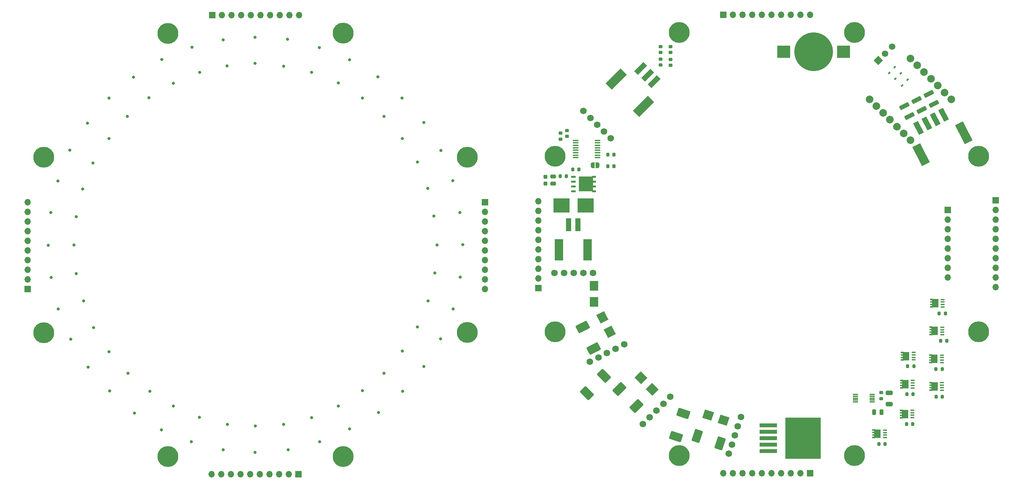
<source format=gbr>
%TF.GenerationSoftware,KiCad,Pcbnew,(6.0.9)*%
%TF.CreationDate,2022-12-31T16:19:11-08:00*%
%TF.ProjectId,LEDArray,4c454441-7272-4617-992e-6b696361645f,rev?*%
%TF.SameCoordinates,Original*%
%TF.FileFunction,Soldermask,Bot*%
%TF.FilePolarity,Negative*%
%FSLAX46Y46*%
G04 Gerber Fmt 4.6, Leading zero omitted, Abs format (unit mm)*
G04 Created by KiCad (PCBNEW (6.0.9)) date 2022-12-31 16:19:11*
%MOMM*%
%LPD*%
G01*
G04 APERTURE LIST*
G04 Aperture macros list*
%AMRoundRect*
0 Rectangle with rounded corners*
0 $1 Rounding radius*
0 $2 $3 $4 $5 $6 $7 $8 $9 X,Y pos of 4 corners*
0 Add a 4 corners polygon primitive as box body*
4,1,4,$2,$3,$4,$5,$6,$7,$8,$9,$2,$3,0*
0 Add four circle primitives for the rounded corners*
1,1,$1+$1,$2,$3*
1,1,$1+$1,$4,$5*
1,1,$1+$1,$6,$7*
1,1,$1+$1,$8,$9*
0 Add four rect primitives between the rounded corners*
20,1,$1+$1,$2,$3,$4,$5,0*
20,1,$1+$1,$4,$5,$6,$7,0*
20,1,$1+$1,$6,$7,$8,$9,0*
20,1,$1+$1,$8,$9,$2,$3,0*%
%AMHorizOval*
0 Thick line with rounded ends*
0 $1 width*
0 $2 $3 position (X,Y) of the first rounded end (center of the circle)*
0 $4 $5 position (X,Y) of the second rounded end (center of the circle)*
0 Add line between two ends*
20,1,$1,$2,$3,$4,$5,0*
0 Add two circle primitives to create the rounded ends*
1,1,$1,$2,$3*
1,1,$1,$4,$5*%
%AMRotRect*
0 Rectangle, with rotation*
0 The origin of the aperture is its center*
0 $1 length*
0 $2 width*
0 $3 Rotation angle, in degrees counterclockwise*
0 Add horizontal line*
21,1,$1,$2,0,0,$3*%
%AMFreePoly0*
4,1,21,1.372500,0.787500,0.862500,0.787500,0.862500,0.532500,1.372500,0.532500,1.372500,0.127500,0.862500,0.127500,0.862500,-0.127500,1.372500,-0.127500,1.372500,-0.532500,0.862500,-0.532500,0.862500,-0.787500,1.372500,-0.787500,1.372500,-1.195000,0.612500,-1.195000,0.612500,-1.117500,-0.862500,-1.117500,-0.862500,1.117500,0.612500,1.117500,0.612500,1.195000,1.372500,1.195000,
1.372500,0.787500,1.372500,0.787500,$1*%
%AMFreePoly1*
4,1,22,0.500000,-0.750000,0.000000,-0.750000,0.000000,-0.745033,-0.079941,-0.743568,-0.215256,-0.701293,-0.333266,-0.622738,-0.424486,-0.514219,-0.481581,-0.384460,-0.499164,-0.250000,-0.500000,-0.250000,-0.500000,0.250000,-0.499164,0.250000,-0.499963,0.256109,-0.478152,0.396186,-0.417904,0.524511,-0.324060,0.630769,-0.204165,0.706417,-0.067858,0.745374,0.000000,0.744959,0.000000,0.750000,
0.500000,0.750000,0.500000,-0.750000,0.500000,-0.750000,$1*%
%AMFreePoly2*
4,1,20,0.000000,0.744959,0.073905,0.744508,0.209726,0.703889,0.328688,0.626782,0.421226,0.519385,0.479903,0.390333,0.500000,0.250000,0.500000,-0.250000,0.499851,-0.262216,0.476331,-0.402017,0.414519,-0.529596,0.319384,-0.634700,0.198574,-0.708877,0.061801,-0.746166,0.000000,-0.745033,0.000000,-0.750000,-0.500000,-0.750000,-0.500000,0.750000,0.000000,0.750000,0.000000,0.744959,
0.000000,0.744959,$1*%
G04 Aperture macros list end*
%ADD10R,2.300000X5.600000*%
%ADD11R,1.400000X3.400000*%
%ADD12RotRect,2.300000X5.600000X207.000000*%
%ADD13RotRect,1.400000X3.400000X207.000000*%
%ADD14RotRect,2.300000X5.600000X135.000000*%
%ADD15RotRect,1.400000X3.400000X135.000000*%
%ADD16C,5.500000*%
%ADD17C,0.800000*%
%ADD18R,1.700000X1.700000*%
%ADD19O,1.700000X1.700000*%
%ADD20C,1.750000*%
%ADD21C,2.000000*%
%ADD22RotRect,1.700000X1.700000X135.000000*%
%ADD23HorizOval,1.700000X0.000000X0.000000X0.000000X0.000000X0*%
%ADD24RoundRect,0.225000X-0.250000X0.225000X-0.250000X-0.225000X0.250000X-0.225000X0.250000X0.225000X0*%
%ADD25R,3.500000X3.300000*%
%ADD26C,10.200000*%
%ADD27RoundRect,0.250000X-0.650000X0.325000X-0.650000X-0.325000X0.650000X-0.325000X0.650000X0.325000X0*%
%ADD28RoundRect,0.250001X1.072677X-1.229132X1.590280X0.363885X-1.072677X1.229132X-1.590280X-0.363885X0*%
%ADD29RoundRect,0.100000X0.637500X0.100000X-0.637500X0.100000X-0.637500X-0.100000X0.637500X-0.100000X0*%
%ADD30RoundRect,0.250001X-1.627625X0.110631X-0.867192X-1.381803X1.627625X-0.110631X0.867192X1.381803X0*%
%ADD31R,0.990000X0.405000*%
%ADD32FreePoly0,180.000000*%
%ADD33RoundRect,0.200000X-0.200000X-0.275000X0.200000X-0.275000X0.200000X0.275000X-0.200000X0.275000X0*%
%ADD34RoundRect,0.250000X-0.250000X-0.475000X0.250000X-0.475000X0.250000X0.475000X-0.250000X0.475000X0*%
%ADD35RoundRect,0.237500X0.237500X-0.287500X0.237500X0.287500X-0.237500X0.287500X-0.237500X-0.287500X0*%
%ADD36RotRect,2.500000X2.300000X315.000000*%
%ADD37R,1.400000X0.300000*%
%ADD38FreePoly1,180.000000*%
%ADD39FreePoly2,180.000000*%
%ADD40RoundRect,0.200000X0.200000X0.275000X-0.200000X0.275000X-0.200000X-0.275000X0.200000X-0.275000X0*%
%ADD41RotRect,0.600000X0.450000X225.000000*%
%ADD42RoundRect,0.225000X0.250000X-0.225000X0.250000X0.225000X-0.250000X0.225000X-0.250000X-0.225000X0*%
%ADD43RoundRect,0.250000X1.099704X0.209600X0.815960X0.766479X-1.099704X-0.209600X-0.815960X-0.766479X0*%
%ADD44RoundRect,0.250000X0.475000X-0.250000X0.475000X0.250000X-0.475000X0.250000X-0.475000X-0.250000X0*%
%ADD45R,4.240000X3.810000*%
%ADD46RotRect,2.500000X2.300000X342.000000*%
%ADD47RoundRect,0.250001X-0.397748X1.582150X-1.582150X0.397748X0.397748X-1.582150X1.582150X-0.397748X0*%
%ADD48R,2.300000X2.500000*%
%ADD49R,1.270000X0.610000*%
%ADD50R,1.020000X0.610000*%
%ADD51R,3.810000X3.910000*%
%ADD52RotRect,2.500000X2.300000X297.000000*%
%ADD53RoundRect,0.250001X-1.229132X-1.072677X0.363885X-1.590280X1.229132X1.072677X-0.363885X1.590280X0*%
%ADD54R,4.600000X1.100000*%
%ADD55R,9.400000X10.800000*%
%ADD56RoundRect,0.250001X-1.582150X-0.397748X-0.397748X-1.582150X1.582150X0.397748X0.397748X1.582150X0*%
%ADD57RoundRect,0.218750X0.218750X0.256250X-0.218750X0.256250X-0.218750X-0.256250X0.218750X-0.256250X0*%
G04 APERTURE END LIST*
D10*
%TO.C,J10*%
X161950000Y-84125000D03*
X169550000Y-84125000D03*
D11*
X167000000Y-77525000D03*
X164500000Y-77525000D03*
%TD*%
D12*
%TO.C,J13*%
X257284218Y-59065680D03*
X268600000Y-53300000D03*
D13*
X263287046Y-48599733D03*
X261059530Y-49734709D03*
X258832014Y-50869685D03*
X256604497Y-52004661D03*
%TD*%
D14*
%TO.C,J9*%
X184256245Y-46381245D03*
X177043755Y-39168755D03*
D15*
X187084672Y-39875862D03*
X185316905Y-38108095D03*
X183478427Y-36411039D03*
%TD*%
D16*
%TO.C,H7*%
X105200000Y-138600000D03*
%TD*%
D17*
%TO.C,D45*%
X106900000Y-34100000D03*
%TD*%
D18*
%TO.C,J4*%
X22100000Y-94425000D03*
D19*
X22100000Y-91885000D03*
X22100000Y-89345000D03*
X22100000Y-86805000D03*
X22100000Y-84265000D03*
X22100000Y-81725000D03*
X22100000Y-79185000D03*
X22100000Y-76645000D03*
X22100000Y-74105000D03*
X22100000Y-71565000D03*
%TD*%
D18*
%TO.C,J8*%
X156550000Y-94200000D03*
D19*
X156550000Y-91660000D03*
X156550000Y-89120000D03*
X156550000Y-86580000D03*
X156550000Y-84040000D03*
X156550000Y-81500000D03*
X156550000Y-78960000D03*
X156550000Y-76420000D03*
X156550000Y-73880000D03*
X156550000Y-71340000D03*
%TD*%
D17*
%TO.C,D5*%
X110223654Y-44127989D03*
%TD*%
%TO.C,D72*%
X27500000Y-82900000D03*
%TD*%
%TO.C,D60*%
X99000000Y-134700000D03*
%TD*%
%TO.C,D49*%
X130900000Y-58000000D03*
%TD*%
%TO.C,D15*%
X120764654Y-110802989D03*
%TD*%
%TO.C,D20*%
X89522654Y-130106989D03*
%TD*%
%TO.C,D16*%
X115938654Y-116644989D03*
%TD*%
%TO.C,D14*%
X124701654Y-104452989D03*
%TD*%
D16*
%TO.C,H11*%
X272450000Y-105675000D03*
%TD*%
%TO.C,H6*%
X137850000Y-105925000D03*
%TD*%
D17*
%TO.C,D61*%
X90700000Y-136800000D03*
%TD*%
%TO.C,D63*%
X73600000Y-136800000D03*
%TD*%
%TO.C,D67*%
X43700000Y-121300000D03*
%TD*%
%TO.C,D21*%
X82029654Y-130487989D03*
%TD*%
D16*
%TO.C,H9*%
X239800000Y-26875000D03*
%TD*%
D17*
%TO.C,D22*%
X74663654Y-130106989D03*
%TD*%
%TO.C,D81*%
X73600000Y-28800000D03*
%TD*%
%TO.C,D38*%
X54000000Y-44100000D03*
%TD*%
%TO.C,D19*%
X96888654Y-128328989D03*
%TD*%
D16*
%TO.C,H13*%
X161000000Y-105675000D03*
%TD*%
D17*
%TO.C,D29*%
X36817654Y-97594989D03*
%TD*%
%TO.C,D25*%
X54251574Y-121338458D03*
%TD*%
%TO.C,D11*%
X129908654Y-82862989D03*
%TD*%
%TO.C,D40*%
X67400000Y-37400000D03*
%TD*%
%TO.C,D41*%
X74637492Y-35688246D03*
%TD*%
D20*
%TO.C,U13*%
X160820000Y-90195000D03*
X163360000Y-90195000D03*
X165900000Y-90195000D03*
X168440000Y-90195000D03*
X170980000Y-90195000D03*
%TD*%
%TO.C,U12*%
X206727245Y-137811077D03*
X207512148Y-135395394D03*
X208297051Y-132979710D03*
X209081954Y-130564026D03*
X209866857Y-128148343D03*
%TD*%
D17*
%TO.C,D65*%
X57300000Y-131500000D03*
%TD*%
%TO.C,D12*%
X129273654Y-90228989D03*
%TD*%
%TO.C,D10*%
X129019654Y-75242989D03*
%TD*%
%TO.C,D4*%
X103873654Y-40190989D03*
%TD*%
%TO.C,D32*%
X34912654Y-75369989D03*
%TD*%
%TO.C,D3*%
X96888654Y-37396989D03*
%TD*%
%TO.C,D17*%
X110229185Y-121182069D03*
%TD*%
%TO.C,D13*%
X127495654Y-97594989D03*
%TD*%
D16*
%TO.C,H5*%
X26375000Y-105950000D03*
%TD*%
D17*
%TO.C,D70*%
X30200000Y-99700000D03*
%TD*%
%TO.C,D75*%
X33200000Y-57900000D03*
%TD*%
%TO.C,D42*%
X81975000Y-28125000D03*
%TD*%
D16*
%TO.C,H8*%
X137850000Y-59775000D03*
%TD*%
%TO.C,H1*%
X59025000Y-27125000D03*
%TD*%
D17*
%TO.C,D62*%
X82000000Y-137500000D03*
%TD*%
%TO.C,D73*%
X28200000Y-74300000D03*
%TD*%
%TO.C,D50*%
X134068498Y-65883949D03*
%TD*%
%TO.C,D79*%
X57400000Y-34000000D03*
%TD*%
%TO.C,D77*%
X43500000Y-44200000D03*
%TD*%
%TO.C,D69*%
X33500000Y-107700000D03*
%TD*%
%TO.C,D24*%
X60439654Y-125280989D03*
%TD*%
%TO.C,D36*%
X43500000Y-54800000D03*
%TD*%
D18*
%TO.C,J5*%
X205225000Y-22275000D03*
D19*
X207765000Y-22275000D03*
X210305000Y-22275000D03*
X212845000Y-22275000D03*
X215385000Y-22275000D03*
X217925000Y-22275000D03*
X220465000Y-22275000D03*
X223005000Y-22275000D03*
X225545000Y-22275000D03*
X228085000Y-22275000D03*
%TD*%
D17*
%TO.C,D80*%
X65400000Y-30800000D03*
%TD*%
D16*
%TO.C,H15*%
X193650000Y-138325000D03*
%TD*%
D17*
%TO.C,D37*%
X48400000Y-49000000D03*
%TD*%
D18*
%TO.C,J2*%
X142500000Y-71575000D03*
D19*
X142500000Y-74115000D03*
X142500000Y-76655000D03*
X142500000Y-79195000D03*
X142500000Y-81735000D03*
X142500000Y-84275000D03*
X142500000Y-86815000D03*
X142500000Y-89355000D03*
X142500000Y-91895000D03*
X142500000Y-94435000D03*
%TD*%
D20*
%TO.C,U15*%
X184082898Y-130042102D03*
X185878949Y-128246051D03*
X187675000Y-126450000D03*
X189471051Y-124653949D03*
X191267102Y-122857898D03*
%TD*%
D16*
%TO.C,H12*%
X193625000Y-26850000D03*
%TD*%
D17*
%TO.C,D28*%
X39484654Y-104579989D03*
%TD*%
D20*
%TO.C,U11*%
X168457898Y-47582898D03*
X170253949Y-49378949D03*
X172050000Y-51175000D03*
X173846051Y-52971051D03*
X175642102Y-54767102D03*
%TD*%
D18*
%TO.C,J6*%
X276950000Y-71055000D03*
D19*
X276950000Y-73595000D03*
X276950000Y-76135000D03*
X276950000Y-78675000D03*
X276950000Y-81215000D03*
X276950000Y-83755000D03*
X276950000Y-86295000D03*
X276950000Y-88835000D03*
X276950000Y-91375000D03*
X276950000Y-93915000D03*
%TD*%
D17*
%TO.C,D8*%
X124701654Y-61018989D03*
%TD*%
%TO.C,D44*%
X98900000Y-30900000D03*
%TD*%
%TO.C,D64*%
X65200000Y-134700000D03*
%TD*%
%TO.C,D33*%
X36616051Y-68162491D03*
%TD*%
%TO.C,D43*%
X90500000Y-28700000D03*
%TD*%
%TO.C,D1*%
X82004654Y-35008989D03*
%TD*%
%TO.C,D54*%
X134100000Y-99700000D03*
%TD*%
D16*
%TO.C,H14*%
X161000000Y-59500000D03*
%TD*%
D18*
%TO.C,J11*%
X264350000Y-73595000D03*
D19*
X264350000Y-76135000D03*
X264350000Y-78675000D03*
X264350000Y-81215000D03*
X264350000Y-83755000D03*
X264350000Y-86295000D03*
X264350000Y-88835000D03*
X264350000Y-91375000D03*
%TD*%
D17*
%TO.C,D27*%
X43548654Y-110929989D03*
%TD*%
D16*
%TO.C,H2*%
X105200000Y-27100000D03*
%TD*%
D17*
%TO.C,D6*%
X115938654Y-48953989D03*
%TD*%
%TO.C,D78*%
X50006396Y-38657537D03*
%TD*%
%TO.C,D71*%
X28300000Y-91400000D03*
%TD*%
%TO.C,D48*%
X126400000Y-50600000D03*
%TD*%
%TO.C,D55*%
X130800000Y-107600000D03*
%TD*%
%TO.C,D23*%
X67297654Y-128201989D03*
%TD*%
%TO.C,D2*%
X89522654Y-35745989D03*
%TD*%
D16*
%TO.C,H4*%
X26375000Y-59775000D03*
%TD*%
D18*
%TO.C,J3*%
X93425000Y-143200000D03*
D19*
X90885000Y-143200000D03*
X88345000Y-143200000D03*
X85805000Y-143200000D03*
X83265000Y-143200000D03*
X80725000Y-143200000D03*
X78185000Y-143200000D03*
X75645000Y-143200000D03*
X73105000Y-143200000D03*
X70565000Y-143200000D03*
%TD*%
D18*
%TO.C,J1*%
X70675000Y-22300000D03*
D19*
X73215000Y-22300000D03*
X75755000Y-22300000D03*
X78295000Y-22300000D03*
X80835000Y-22300000D03*
X83375000Y-22300000D03*
X85915000Y-22300000D03*
X88455000Y-22300000D03*
X90995000Y-22300000D03*
X93535000Y-22300000D03*
%TD*%
D17*
%TO.C,D68*%
X38000000Y-115000000D03*
%TD*%
%TO.C,D58*%
X114472907Y-126987980D03*
%TD*%
D16*
%TO.C,H10*%
X272450000Y-59500000D03*
%TD*%
D17*
%TO.C,D7*%
X120764654Y-54795989D03*
%TD*%
%TO.C,D59*%
X106900000Y-131300000D03*
%TD*%
%TO.C,D52*%
X136700000Y-82800000D03*
%TD*%
%TO.C,D56*%
X126400000Y-114900000D03*
%TD*%
D21*
%TO.C,U19*%
X265307692Y-44493615D03*
X263511641Y-42697564D03*
X261715590Y-40901513D03*
X259919539Y-39105461D03*
X258123487Y-37309410D03*
X256327436Y-35513359D03*
X254531385Y-33717308D03*
X243755078Y-44493615D03*
X245589187Y-46314186D03*
X247372602Y-48097601D03*
X249150000Y-49875000D03*
X250946052Y-51671051D03*
X252742103Y-53467102D03*
X254538154Y-55263153D03*
%TD*%
D17*
%TO.C,D66*%
X50234920Y-127094469D03*
%TD*%
%TO.C,D76*%
X37900000Y-50800000D03*
%TD*%
D20*
%TO.C,U14*%
X170108095Y-113620742D03*
X172371251Y-112467606D03*
X174634408Y-111314470D03*
X176897565Y-110161334D03*
X179160721Y-109008198D03*
%TD*%
D17*
%TO.C,D30*%
X34912654Y-90355989D03*
%TD*%
D16*
%TO.C,H16*%
X239825000Y-138325000D03*
%TD*%
D17*
%TO.C,D31*%
X34277654Y-82862989D03*
%TD*%
%TO.C,D18*%
X103873654Y-125280989D03*
%TD*%
D18*
%TO.C,J7*%
X228075000Y-142975000D03*
D19*
X225535000Y-142975000D03*
X222995000Y-142975000D03*
X220455000Y-142975000D03*
X217915000Y-142975000D03*
X215375000Y-142975000D03*
X212835000Y-142975000D03*
X210295000Y-142975000D03*
X207755000Y-142975000D03*
X205215000Y-142975000D03*
%TD*%
D17*
%TO.C,D46*%
X114300000Y-38600000D03*
%TD*%
D22*
%TO.C,J12*%
X246082898Y-34242102D03*
D23*
X247878949Y-32446051D03*
X249675000Y-30650000D03*
%TD*%
D17*
%TO.C,D35*%
X39300000Y-61300000D03*
%TD*%
%TO.C,D39*%
X60500000Y-40300000D03*
%TD*%
D16*
%TO.C,H3*%
X59025000Y-138575000D03*
%TD*%
D17*
%TO.C,D47*%
X120700000Y-44200000D03*
%TD*%
%TO.C,D74*%
X30116051Y-66031502D03*
%TD*%
%TO.C,D26*%
X48501654Y-116644989D03*
%TD*%
%TO.C,D53*%
X136000000Y-91300000D03*
%TD*%
%TO.C,D51*%
X135900000Y-74300000D03*
%TD*%
%TO.C,D9*%
X127464152Y-67987938D03*
%TD*%
%TO.C,D57*%
X120800000Y-121400000D03*
%TD*%
D24*
%TO.C,C31*%
X246850000Y-121750000D03*
X246850000Y-123300000D03*
%TD*%
D25*
%TO.C,BT1*%
X236950000Y-32000000D03*
X221150000Y-32000000D03*
D26*
X229050000Y-32000000D03*
%TD*%
D27*
%TO.C,C30*%
X248975000Y-121825000D03*
X248975000Y-124775000D03*
%TD*%
D28*
%TO.C,C24*%
X192815008Y-133306493D03*
X194784992Y-127243507D03*
%TD*%
D29*
%TO.C,U16*%
X172112500Y-55300000D03*
X172112500Y-55950000D03*
X172112500Y-56600000D03*
X172112500Y-57250000D03*
X172112500Y-57900000D03*
X172112500Y-58550000D03*
X172112500Y-59200000D03*
X172112500Y-59850000D03*
X166387500Y-59850000D03*
X166387500Y-59200000D03*
X166387500Y-58550000D03*
X166387500Y-57900000D03*
X166387500Y-57250000D03*
X166387500Y-56600000D03*
X166387500Y-55950000D03*
X166387500Y-55300000D03*
%TD*%
D30*
%TO.C,C21*%
X168252905Y-104409917D03*
X171147095Y-110090083D03*
%TD*%
D31*
%TO.C,Q10*%
X255355000Y-111130000D03*
X255355000Y-111790000D03*
X255355000Y-112450000D03*
X255355000Y-113110000D03*
D32*
X253362500Y-112120000D03*
%TD*%
D33*
%TO.C,R14*%
X165600000Y-62975000D03*
X167250000Y-62975000D03*
%TD*%
D34*
%TO.C,C32*%
X244975000Y-126850000D03*
X246875000Y-126850000D03*
%TD*%
D35*
%TO.C,D85*%
X158450000Y-66650000D03*
X158450000Y-64900000D03*
%TD*%
D36*
%TO.C,D89*%
X183534440Y-117859440D03*
X186575000Y-120900000D03*
%TD*%
D37*
%TO.C,U17*%
X244475000Y-122200000D03*
X244475000Y-122700000D03*
X244475000Y-123200000D03*
X244475000Y-123700000D03*
X244475000Y-124200000D03*
X240075000Y-124200000D03*
X240075000Y-123700000D03*
X240075000Y-123200000D03*
X240075000Y-122700000D03*
X240075000Y-122200000D03*
%TD*%
D31*
%TO.C,Q3*%
X263035000Y-97210000D03*
X263035000Y-97870000D03*
X263035000Y-98530000D03*
X263035000Y-99190000D03*
D32*
X261042500Y-98200000D03*
%TD*%
D31*
%TO.C,Q6*%
X255160000Y-118510000D03*
X255160000Y-119170000D03*
X255160000Y-119830000D03*
X255160000Y-120490000D03*
D32*
X253167500Y-119500000D03*
%TD*%
D31*
%TO.C,Q4*%
X255060000Y-126360000D03*
X255060000Y-127020000D03*
X255060000Y-127680000D03*
X255060000Y-128340000D03*
D32*
X253067500Y-127350000D03*
%TD*%
D38*
%TO.C,JP1*%
X172175000Y-61850000D03*
D39*
X170875000Y-61850000D03*
%TD*%
D31*
%TO.C,Q5*%
X262842500Y-119105000D03*
X262842500Y-119765000D03*
X262842500Y-120425000D03*
X262842500Y-121085000D03*
D32*
X260850000Y-120095000D03*
%TD*%
D40*
%TO.C,R2*%
X264100000Y-108100000D03*
X262450000Y-108100000D03*
%TD*%
D41*
%TO.C,D91*%
X253792462Y-39332538D03*
X252307538Y-40817462D03*
%TD*%
D40*
%TO.C,R4*%
X255129999Y-130030000D03*
X253479999Y-130030000D03*
%TD*%
D31*
%TO.C,Q1*%
X247805000Y-131605000D03*
X247805000Y-132265000D03*
X247805000Y-132925000D03*
X247805000Y-133585000D03*
D32*
X245812500Y-132595000D03*
%TD*%
D42*
%TO.C,C27*%
X164125000Y-54275000D03*
X164125000Y-52725000D03*
%TD*%
D43*
%TO.C,F4*%
X260713961Y-45678097D03*
X259386039Y-43071903D03*
%TD*%
D42*
%TO.C,C14*%
X191350000Y-32150000D03*
X191350000Y-30600000D03*
%TD*%
D44*
%TO.C,C20*%
X160450000Y-66725000D03*
X160450000Y-64825000D03*
%TD*%
D40*
%TO.C,R7*%
X262887499Y-115530000D03*
X261237499Y-115530000D03*
%TD*%
D42*
%TO.C,C26*%
X162400000Y-54975000D03*
X162400000Y-53425000D03*
%TD*%
D45*
%TO.C,F3*%
X169040000Y-72475000D03*
X162660000Y-72475000D03*
%TD*%
D24*
%TO.C,C18*%
X188750000Y-30600000D03*
X188750000Y-32150000D03*
%TD*%
D41*
%TO.C,D90*%
X251992462Y-37632538D03*
X250507538Y-39117462D03*
%TD*%
D40*
%TO.C,R13*%
X163975000Y-64775000D03*
X162325000Y-64775000D03*
%TD*%
%TO.C,R12*%
X176475000Y-59075000D03*
X174825000Y-59075000D03*
%TD*%
D31*
%TO.C,Q7*%
X262817500Y-111860000D03*
X262817500Y-112520000D03*
X262817500Y-113180000D03*
X262817500Y-113840000D03*
D32*
X260825000Y-112850000D03*
%TD*%
D41*
%TO.C,D92*%
X250392462Y-36032538D03*
X248907538Y-37517462D03*
%TD*%
D46*
%TO.C,D86*%
X201285455Y-127671223D03*
X205374999Y-128999997D03*
%TD*%
D40*
%TO.C,R3*%
X263725000Y-100875000D03*
X262075000Y-100875000D03*
%TD*%
D43*
%TO.C,F6*%
X254277922Y-48881194D03*
X252950000Y-46275000D03*
%TD*%
D40*
%TO.C,R6*%
X255229999Y-122180000D03*
X253579999Y-122180000D03*
%TD*%
D47*
%TO.C,C23*%
X173853903Y-117346097D03*
X169346097Y-121853903D03*
%TD*%
D40*
%TO.C,R1*%
X247875000Y-135275000D03*
X246225000Y-135275000D03*
%TD*%
D48*
%TO.C,D87*%
X171200000Y-97875000D03*
X171200000Y-93575000D03*
%TD*%
D49*
%TO.C,Q9*%
X165780000Y-68680000D03*
X165780000Y-67410000D03*
X165780000Y-66140000D03*
X165780000Y-64870000D03*
D50*
X171245000Y-64870000D03*
X171245000Y-67410000D03*
X171245000Y-66140000D03*
X171245000Y-68680000D03*
D51*
X169140000Y-66775000D03*
%TD*%
D52*
%TO.C,D88*%
X173448920Y-101909336D03*
X175401080Y-105740664D03*
%TD*%
D40*
%TO.C,R20*%
X255424999Y-114800000D03*
X253774999Y-114800000D03*
%TD*%
D53*
%TO.C,C25*%
X198368507Y-133115008D03*
X204431493Y-135084992D03*
%TD*%
D54*
%TO.C,U18*%
X217075000Y-137150000D03*
X217075000Y-135450000D03*
D55*
X226225000Y-133750000D03*
D54*
X217075000Y-133750000D03*
X217075000Y-132050000D03*
X217075000Y-130350000D03*
%TD*%
D40*
%TO.C,R5*%
X262912499Y-122775000D03*
X261262499Y-122775000D03*
%TD*%
D56*
%TO.C,C22*%
X177896097Y-120746097D03*
X182403903Y-125253903D03*
%TD*%
D42*
%TO.C,C15*%
X191350000Y-35550000D03*
X191350000Y-34000000D03*
%TD*%
D24*
%TO.C,C19*%
X188750000Y-33900000D03*
X188750000Y-35450000D03*
%TD*%
D57*
%TO.C,D83*%
X176425000Y-62075000D03*
X174850000Y-62075000D03*
%TD*%
D31*
%TO.C,Q2*%
X262885000Y-104510000D03*
X262885000Y-105170000D03*
X262885000Y-105830000D03*
X262885000Y-106490000D03*
D32*
X260892500Y-105500000D03*
%TD*%
D43*
%TO.C,F5*%
X257477922Y-47281194D03*
X256150000Y-44675000D03*
%TD*%
M02*

</source>
